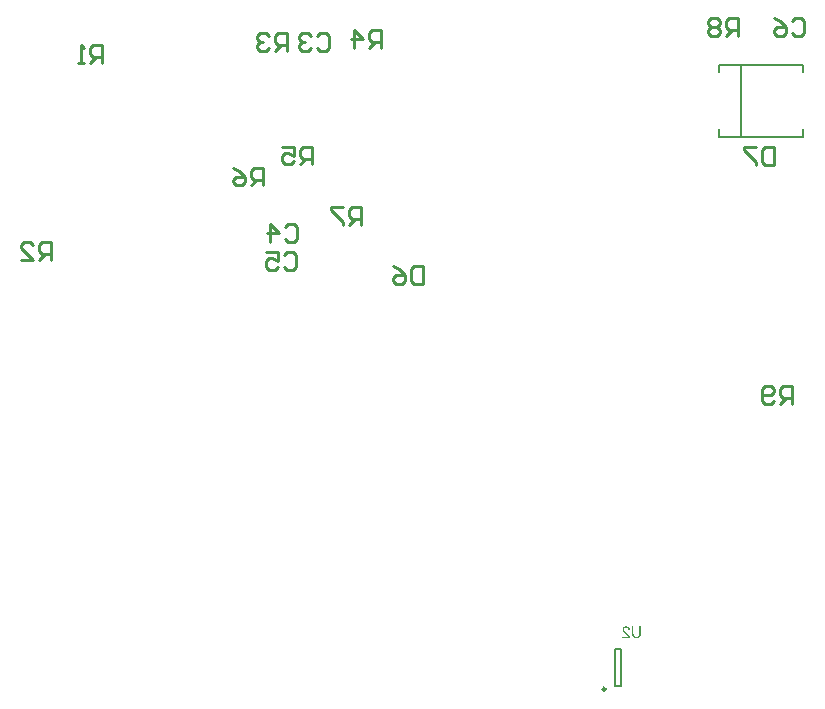
<source format=gbo>
%FSLAX25Y25*%
%MOIN*%
G70*
G01*
G75*
G04 Layer_Color=32896*
%ADD10C,0.02500*%
%ADD11C,0.10236*%
%ADD12R,0.07874X0.07874*%
%ADD13C,0.07874*%
%ADD14C,0.08661*%
%ADD15C,0.07087*%
%ADD16C,0.04724*%
%ADD17C,0.20000*%
%ADD18C,0.05906*%
%ADD19R,0.05906X0.05906*%
%ADD20R,0.07874X0.07874*%
%ADD21R,0.05000X0.05000*%
%ADD22C,0.05000*%
%ADD23C,0.02500*%
%ADD24R,0.04921X0.07874*%
%ADD25R,0.02756X0.05118*%
%ADD26R,0.04331X0.02559*%
%ADD27R,0.03543X0.06299*%
%ADD28R,0.03543X0.02362*%
%ADD29R,0.02362X0.03543*%
%ADD30R,0.05118X0.02756*%
%ADD31R,0.11000X0.15000*%
%ADD32C,0.03000*%
%ADD33C,0.05000*%
%ADD34C,0.07500*%
%ADD35C,0.04000*%
%ADD36C,0.01000*%
%ADD37C,0.00787*%
%ADD38R,0.11110X0.03543*%
%ADD39R,0.03150X0.11024*%
%ADD40R,0.11024X0.03150*%
%ADD41C,0.11036*%
%ADD42R,0.08674X0.08674*%
%ADD43C,0.08674*%
%ADD44C,0.09461*%
%ADD45C,0.07887*%
%ADD46C,0.05524*%
%ADD47C,0.20800*%
%ADD48C,0.06706*%
%ADD49R,0.06706X0.06706*%
%ADD50R,0.08674X0.08674*%
%ADD51R,0.05800X0.05800*%
%ADD52C,0.05800*%
%ADD53C,0.03300*%
%ADD54R,0.05721X0.08674*%
%ADD55R,0.03556X0.05918*%
%ADD56R,0.05131X0.03359*%
%ADD57R,0.04343X0.07099*%
%ADD58R,0.04343X0.03162*%
%ADD59R,0.03162X0.04343*%
%ADD60R,0.05918X0.03556*%
%ADD61R,0.11800X0.15800*%
%ADD62C,0.00984*%
%ADD63C,0.00500*%
G36*
X4390100Y1768521D02*
Y1768410D01*
X4390094Y1768304D01*
X4390089Y1768204D01*
X4390078Y1768110D01*
X4390067Y1768027D01*
X4390055Y1767949D01*
X4390039Y1767877D01*
X4390028Y1767810D01*
X4390017Y1767749D01*
X4390000Y1767699D01*
X4389989Y1767655D01*
X4389978Y1767621D01*
X4389967Y1767594D01*
X4389961Y1767571D01*
X4389956Y1767561D01*
Y1767555D01*
X4389894Y1767433D01*
X4389817Y1767322D01*
X4389739Y1767233D01*
X4389656Y1767155D01*
X4389584Y1767094D01*
X4389523Y1767050D01*
X4389500Y1767039D01*
X4389484Y1767028D01*
X4389473Y1767016D01*
X4389467D01*
X4389328Y1766956D01*
X4389184Y1766911D01*
X4389034Y1766878D01*
X4388896Y1766856D01*
X4388835Y1766850D01*
X4388774Y1766845D01*
X4388718Y1766839D01*
X4388674D01*
X4388635Y1766833D01*
X4388585D01*
X4388385Y1766845D01*
X4388296Y1766856D01*
X4388213Y1766867D01*
X4388130Y1766883D01*
X4388058Y1766900D01*
X4387991Y1766917D01*
X4387930Y1766939D01*
X4387875Y1766961D01*
X4387830Y1766978D01*
X4387786Y1766994D01*
X4387753Y1767011D01*
X4387725Y1767028D01*
X4387708Y1767033D01*
X4387697Y1767044D01*
X4387691D01*
X4387569Y1767127D01*
X4387469Y1767222D01*
X4387392Y1767311D01*
X4387325Y1767399D01*
X4387275Y1767477D01*
X4387242Y1767538D01*
X4387231Y1767561D01*
X4387220Y1767577D01*
X4387214Y1767588D01*
Y1767594D01*
X4387192Y1767660D01*
X4387170Y1767732D01*
X4387136Y1767882D01*
X4387114Y1768038D01*
X4387098Y1768188D01*
X4387092Y1768254D01*
X4387086Y1768321D01*
Y1768376D01*
X4387081Y1768426D01*
Y1768465D01*
Y1768493D01*
Y1768515D01*
Y1768521D01*
Y1770741D01*
X4387592D01*
Y1768521D01*
Y1768393D01*
X4387603Y1768271D01*
X4387614Y1768165D01*
X4387630Y1768065D01*
X4387647Y1767977D01*
X4387669Y1767893D01*
X4387686Y1767821D01*
X4387708Y1767760D01*
X4387730Y1767710D01*
X4387753Y1767660D01*
X4387775Y1767627D01*
X4387791Y1767594D01*
X4387808Y1767571D01*
X4387819Y1767555D01*
X4387825Y1767549D01*
X4387830Y1767544D01*
X4387880Y1767499D01*
X4387936Y1767461D01*
X4388058Y1767399D01*
X4388185Y1767355D01*
X4388319Y1767327D01*
X4388441Y1767305D01*
X4388491Y1767300D01*
X4388540D01*
X4388574Y1767294D01*
X4388629D01*
X4388746Y1767300D01*
X4388851Y1767316D01*
X4388951Y1767333D01*
X4389029Y1767361D01*
X4389095Y1767383D01*
X4389145Y1767399D01*
X4389173Y1767416D01*
X4389184Y1767422D01*
X4389262Y1767472D01*
X4389328Y1767533D01*
X4389384Y1767594D01*
X4389423Y1767649D01*
X4389456Y1767705D01*
X4389484Y1767744D01*
X4389495Y1767771D01*
X4389500Y1767782D01*
X4389517Y1767832D01*
X4389528Y1767882D01*
X4389550Y1767999D01*
X4389567Y1768121D01*
X4389578Y1768243D01*
X4389584Y1768349D01*
Y1768398D01*
X4389589Y1768437D01*
Y1768471D01*
Y1768498D01*
Y1768515D01*
Y1768521D01*
Y1770741D01*
X4390100D01*
Y1768521D01*
D02*
G37*
G36*
X4385255Y1770752D02*
X4385349Y1770746D01*
X4385438Y1770729D01*
X4385521Y1770713D01*
X4385599Y1770691D01*
X4385671Y1770668D01*
X4385738Y1770641D01*
X4385799Y1770613D01*
X4385854Y1770585D01*
X4385899Y1770557D01*
X4385938Y1770535D01*
X4385971Y1770513D01*
X4385999Y1770496D01*
X4386015Y1770480D01*
X4386026Y1770474D01*
X4386032Y1770469D01*
X4386087Y1770413D01*
X4386137Y1770352D01*
X4386187Y1770285D01*
X4386226Y1770219D01*
X4386293Y1770086D01*
X4386337Y1769953D01*
X4386354Y1769891D01*
X4386370Y1769830D01*
X4386382Y1769780D01*
X4386393Y1769736D01*
X4386398Y1769697D01*
Y1769670D01*
X4386404Y1769653D01*
Y1769647D01*
X4385921Y1769597D01*
X4385910Y1769725D01*
X4385888Y1769836D01*
X4385854Y1769936D01*
X4385815Y1770014D01*
X4385782Y1770080D01*
X4385749Y1770125D01*
X4385727Y1770152D01*
X4385715Y1770163D01*
X4385632Y1770230D01*
X4385543Y1770280D01*
X4385449Y1770319D01*
X4385366Y1770341D01*
X4385288Y1770358D01*
X4385221Y1770363D01*
X4385199Y1770369D01*
X4385166D01*
X4385049Y1770363D01*
X4384944Y1770341D01*
X4384855Y1770308D01*
X4384777Y1770274D01*
X4384716Y1770236D01*
X4384678Y1770208D01*
X4384650Y1770186D01*
X4384639Y1770174D01*
X4384572Y1770097D01*
X4384522Y1770019D01*
X4384483Y1769941D01*
X4384461Y1769864D01*
X4384444Y1769803D01*
X4384439Y1769747D01*
X4384433Y1769714D01*
Y1769708D01*
Y1769703D01*
X4384444Y1769603D01*
X4384467Y1769497D01*
X4384505Y1769403D01*
X4384544Y1769314D01*
X4384589Y1769242D01*
X4384628Y1769181D01*
X4384639Y1769159D01*
X4384650Y1769142D01*
X4384661Y1769137D01*
Y1769131D01*
X4384705Y1769070D01*
X4384761Y1769009D01*
X4384822Y1768942D01*
X4384888Y1768876D01*
X4385027Y1768743D01*
X4385166Y1768609D01*
X4385238Y1768548D01*
X4385299Y1768493D01*
X4385360Y1768443D01*
X4385410Y1768398D01*
X4385449Y1768365D01*
X4385482Y1768337D01*
X4385505Y1768321D01*
X4385510Y1768315D01*
X4385649Y1768199D01*
X4385777Y1768088D01*
X4385882Y1767988D01*
X4385965Y1767905D01*
X4386037Y1767832D01*
X4386087Y1767782D01*
X4386115Y1767749D01*
X4386126Y1767744D01*
Y1767738D01*
X4386204Y1767644D01*
X4386265Y1767555D01*
X4386320Y1767466D01*
X4386365Y1767388D01*
X4386398Y1767322D01*
X4386420Y1767272D01*
X4386432Y1767239D01*
X4386437Y1767233D01*
Y1767227D01*
X4386459Y1767166D01*
X4386470Y1767111D01*
X4386481Y1767055D01*
X4386487Y1767005D01*
X4386493Y1766961D01*
Y1766928D01*
Y1766906D01*
Y1766900D01*
X4383945D01*
Y1767355D01*
X4385838D01*
X4385771Y1767450D01*
X4385738Y1767488D01*
X4385710Y1767527D01*
X4385682Y1767561D01*
X4385660Y1767583D01*
X4385643Y1767599D01*
X4385638Y1767605D01*
X4385610Y1767633D01*
X4385577Y1767660D01*
X4385499Y1767732D01*
X4385410Y1767816D01*
X4385316Y1767899D01*
X4385227Y1767971D01*
X4385188Y1768004D01*
X4385155Y1768038D01*
X4385127Y1768060D01*
X4385105Y1768077D01*
X4385094Y1768088D01*
X4385088Y1768093D01*
X4384999Y1768171D01*
X4384911Y1768243D01*
X4384833Y1768315D01*
X4384761Y1768376D01*
X4384694Y1768437D01*
X4384639Y1768493D01*
X4384583Y1768543D01*
X4384539Y1768587D01*
X4384494Y1768632D01*
X4384461Y1768665D01*
X4384433Y1768693D01*
X4384406Y1768720D01*
X4384378Y1768754D01*
X4384367Y1768765D01*
X4384289Y1768859D01*
X4384222Y1768942D01*
X4384167Y1769026D01*
X4384122Y1769092D01*
X4384089Y1769153D01*
X4384067Y1769198D01*
X4384056Y1769225D01*
X4384050Y1769237D01*
X4384017Y1769320D01*
X4383995Y1769403D01*
X4383973Y1769481D01*
X4383962Y1769547D01*
X4383956Y1769608D01*
X4383950Y1769653D01*
Y1769680D01*
Y1769692D01*
X4383956Y1769775D01*
X4383967Y1769853D01*
X4383978Y1769930D01*
X4384000Y1769997D01*
X4384056Y1770130D01*
X4384111Y1770236D01*
X4384145Y1770285D01*
X4384172Y1770324D01*
X4384200Y1770363D01*
X4384228Y1770391D01*
X4384250Y1770413D01*
X4384261Y1770435D01*
X4384272Y1770441D01*
X4384278Y1770446D01*
X4384339Y1770502D01*
X4384406Y1770552D01*
X4384478Y1770591D01*
X4384550Y1770624D01*
X4384694Y1770680D01*
X4384838Y1770718D01*
X4384900Y1770729D01*
X4384961Y1770741D01*
X4385016Y1770746D01*
X4385061Y1770752D01*
X4385099Y1770757D01*
X4385155D01*
X4385255Y1770752D01*
D02*
G37*
D36*
X4317500Y1890998D02*
Y1885000D01*
X4314501D01*
X4313501Y1886000D01*
Y1889998D01*
X4314501Y1890998D01*
X4317500D01*
X4307503D02*
X4309502Y1889998D01*
X4311502Y1887999D01*
Y1886000D01*
X4310502Y1885000D01*
X4308503D01*
X4307503Y1886000D01*
Y1886999D01*
X4308503Y1887999D01*
X4311502D01*
X4422500Y1967500D02*
Y1973498D01*
X4419501D01*
X4418501Y1972498D01*
Y1970499D01*
X4419501Y1969499D01*
X4422500D01*
X4420501D02*
X4418501Y1967500D01*
X4416502Y1972498D02*
X4415502Y1973498D01*
X4413503D01*
X4412503Y1972498D01*
Y1971499D01*
X4413503Y1970499D01*
X4412503Y1969499D01*
Y1968500D01*
X4413503Y1967500D01*
X4415502D01*
X4416502Y1968500D01*
Y1969499D01*
X4415502Y1970499D01*
X4416502Y1971499D01*
Y1972498D01*
X4415502Y1970499D02*
X4413503D01*
X4440501Y1972498D02*
X4441501Y1973498D01*
X4443500D01*
X4444500Y1972498D01*
Y1968500D01*
X4443500Y1967500D01*
X4441501D01*
X4440501Y1968500D01*
X4434503Y1973498D02*
X4436502Y1972498D01*
X4438502Y1970499D01*
Y1968500D01*
X4437502Y1967500D01*
X4435503D01*
X4434503Y1968500D01*
Y1969499D01*
X4435503Y1970499D01*
X4438502D01*
X4440500Y1845000D02*
Y1850998D01*
X4437501D01*
X4436501Y1849998D01*
Y1847999D01*
X4437501Y1846999D01*
X4440500D01*
X4438501D02*
X4436501Y1845000D01*
X4434502Y1846000D02*
X4433502Y1845000D01*
X4431503D01*
X4430503Y1846000D01*
Y1849998D01*
X4431503Y1850998D01*
X4433502D01*
X4434502Y1849998D01*
Y1848999D01*
X4433502Y1847999D01*
X4430503D01*
X4296700Y1904500D02*
Y1910498D01*
X4293701D01*
X4292701Y1909498D01*
Y1907499D01*
X4293701Y1906499D01*
X4296700D01*
X4294701D02*
X4292701Y1904500D01*
X4290702Y1910498D02*
X4286703D01*
Y1909498D01*
X4290702Y1905500D01*
Y1904500D01*
X4264000Y1917700D02*
Y1923698D01*
X4261001D01*
X4260001Y1922698D01*
Y1920699D01*
X4261001Y1919699D01*
X4264000D01*
X4262001D02*
X4260001Y1917700D01*
X4254003Y1923698D02*
X4256002Y1922698D01*
X4258002Y1920699D01*
Y1918700D01*
X4257002Y1917700D01*
X4255003D01*
X4254003Y1918700D01*
Y1919699D01*
X4255003Y1920699D01*
X4258002D01*
X4280500Y1924700D02*
Y1930698D01*
X4277501D01*
X4276501Y1929698D01*
Y1927699D01*
X4277501Y1926699D01*
X4280500D01*
X4278501D02*
X4276501Y1924700D01*
X4270503Y1930698D02*
X4274502D01*
Y1927699D01*
X4272503Y1928699D01*
X4271503D01*
X4270503Y1927699D01*
Y1925700D01*
X4271503Y1924700D01*
X4273502D01*
X4274502Y1925700D01*
X4303500Y1963500D02*
Y1969498D01*
X4300501D01*
X4299501Y1968498D01*
Y1966499D01*
X4300501Y1965499D01*
X4303500D01*
X4301501D02*
X4299501Y1963500D01*
X4294503D02*
Y1969498D01*
X4297502Y1966499D01*
X4293503D01*
X4272000Y1962500D02*
Y1968498D01*
X4269001D01*
X4268001Y1967498D01*
Y1965499D01*
X4269001Y1964499D01*
X4272000D01*
X4270001D02*
X4268001Y1962500D01*
X4266002Y1967498D02*
X4265002Y1968498D01*
X4263003D01*
X4262003Y1967498D01*
Y1966499D01*
X4263003Y1965499D01*
X4264003D01*
X4263003D01*
X4262003Y1964499D01*
Y1963500D01*
X4263003Y1962500D01*
X4265002D01*
X4266002Y1963500D01*
X4193500Y1893000D02*
Y1898998D01*
X4190501D01*
X4189501Y1897998D01*
Y1895999D01*
X4190501Y1894999D01*
X4193500D01*
X4191501D02*
X4189501Y1893000D01*
X4183503D02*
X4187502D01*
X4183503Y1896999D01*
Y1897998D01*
X4184503Y1898998D01*
X4186502D01*
X4187502Y1897998D01*
X4210500Y1958500D02*
Y1964498D01*
X4207501D01*
X4206501Y1963498D01*
Y1961499D01*
X4207501Y1960499D01*
X4210500D01*
X4208501D02*
X4206501Y1958500D01*
X4204502D02*
X4202502D01*
X4203502D01*
Y1964498D01*
X4204502Y1963498D01*
X4434500Y1930498D02*
Y1924500D01*
X4431501D01*
X4430501Y1925500D01*
Y1929498D01*
X4431501Y1930498D01*
X4434500D01*
X4428502D02*
X4424503D01*
Y1929498D01*
X4428502Y1925500D01*
Y1924500D01*
X4271001Y1894498D02*
X4272001Y1895498D01*
X4274000D01*
X4275000Y1894498D01*
Y1890500D01*
X4274000Y1889500D01*
X4272001D01*
X4271001Y1890500D01*
X4265003Y1895498D02*
X4269002D01*
Y1892499D01*
X4267002Y1893499D01*
X4266003D01*
X4265003Y1892499D01*
Y1890500D01*
X4266003Y1889500D01*
X4268002D01*
X4269002Y1890500D01*
X4271501Y1903998D02*
X4272501Y1904998D01*
X4274500D01*
X4275500Y1903998D01*
Y1900000D01*
X4274500Y1899000D01*
X4272501D01*
X4271501Y1900000D01*
X4266503Y1899000D02*
Y1904998D01*
X4269502Y1901999D01*
X4265503D01*
X4282001Y1967498D02*
X4283001Y1968498D01*
X4285000D01*
X4286000Y1967498D01*
Y1963500D01*
X4285000Y1962500D01*
X4283001D01*
X4282001Y1963500D01*
X4280002Y1967498D02*
X4279002Y1968498D01*
X4277003D01*
X4276003Y1967498D01*
Y1966499D01*
X4277003Y1965499D01*
X4278003D01*
X4277003D01*
X4276003Y1964499D01*
Y1963500D01*
X4277003Y1962500D01*
X4279002D01*
X4280002Y1963500D01*
D37*
X4381516Y1750898D02*
X4383484D01*
X4381516Y1763102D02*
X4383484D01*
X4381516Y1750898D02*
Y1763102D01*
X4383484Y1750898D02*
Y1763102D01*
D62*
X4378268Y1749815D02*
G03*
X4378268Y1749815I-492J0D01*
G01*
D63*
X4423500Y1934000D02*
Y1958000D01*
X4416000Y1955500D02*
Y1958000D01*
X4444000D01*
Y1955500D02*
Y1958000D01*
Y1934000D02*
Y1936500D01*
X4416000Y1934000D02*
X4444000D01*
X4416000D02*
Y1936500D01*
M02*

</source>
